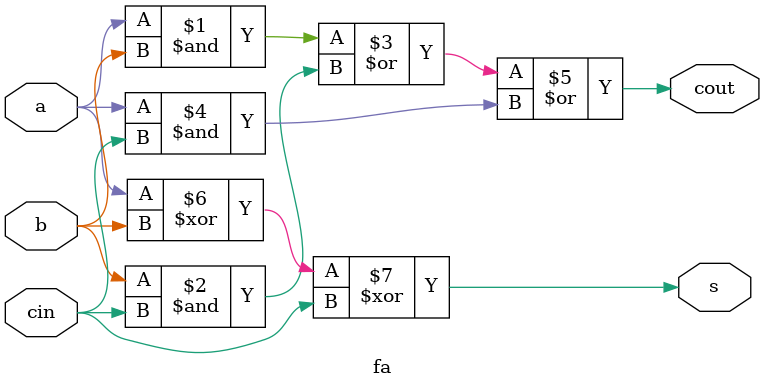
<source format=v>
module fa(a, b, cin, s, cout);
    input a, b, cin;
    output s, cout;

    // cout
    assign cout = (a & b) | (b & cin) | (a & cin);
    
    // s
    assign s = a ^ b ^ cin;

endmodule
</source>
